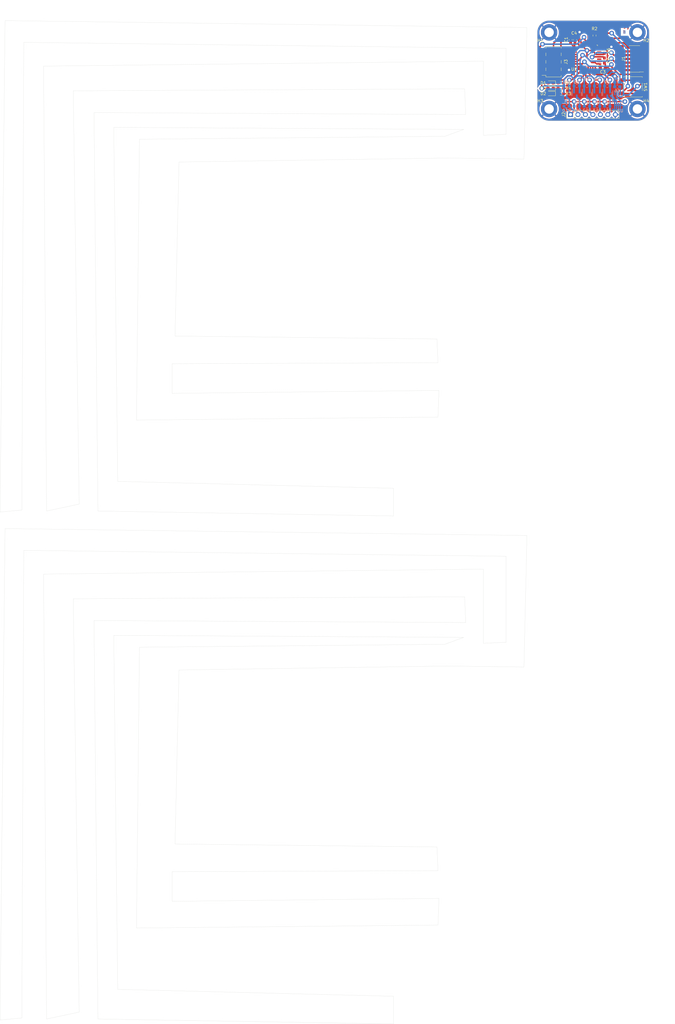
<source format=kicad_pcb>
(kicad_pcb (version 20221018) (generator pcbnew)
  (layers (0 "F.Cu" signal) (31 "B.Cu" signal) (34 "B.Paste" user) (35 "F.Paste" user) (36 "B.SilkS" user "B.Silkscreen") (37 "F.SilkS" user "F.Silkscreen") (38 "B.Mask" user) (39 "F.Mask" user) (44 "Edge.Cuts" user))
  (net 0 "")
  (net 1 "+5V-v2-")
  (net 2 "GND-v2-")
  (net 3 "+3.3V-v2-")
  (net 4 "Net-(D1-K)-v2-")
  (net 6 "Net-(D3-K)-v2-")
  (net 7 "Status_LED-v2-")
  (net 8 "Data_Clock_SNES-v2-")
  (net 9 "Data_Latch_SNES-v2-")
  (net 10 "Net-(D2-K)-v2-")
  (net 11 "Serial_Data1_SNES-v2-")
  (net 12 "Serial_Data2_SNES-v2-")
  (net 13 "SPI_Chip_Select-v2-")
  (net 14 "Chip_Enable-v2-")
  (net 15 "SPI_Digital_Input-v2-")
  (net 16 "SPI_Clock-v2-")
  (net 17 "SPI_Digital_Output-v2-")
  (net 18 "IOBit_SNES-v2-")
  (net 19 "Data_Clock_STM32-v2-")
  (net 20 "Data_Latch_STM32-v2-")
  (net 21 "Appairing_Btn-v2-")
  (net 22 "Net-(U2-BP)-v2-")
  (net 23 "SWDIO-v2-")
  (net 24 "SWDCK-v2-")
  (net 27 "NRST-v2-")
  (net 28 "USART2_RX-v2-")
  (net 29 "USART2_TX-v2-")
  (net 30 "Serial_Data1_STM32-v2-")
  (net 31 "IOBit_STM32-v2-")
  (net 32 "Serial_Data2_STM32-v2-")
  (footprint "Resistor_SMD:R_0603_1608Metric_Pad0.98x0.95mm_HandSolder" (layer "F.Cu") (at 191.76875 26.05)
    (fp_text reference "R3")
    (fp_text value "1k")
  )
  (footprint "Capacitor_SMD:C_0603_1608Metric_Pad1.08x0.95mm_HandSolder" (layer "F.Cu") (at 206.0025 17.19)
    (fp_text reference "C3")
    (fp_text value "100n")
  )
  (footprint "Diode_SMD:D_0603_1608Metric_Pad1.05x0.95mm_HandSolder" (layer "F.Cu") (at 188.26875 26.05 180)
    (fp_text reference "D2")
    (fp_text value "LED_Small")
  )
  (footprint "Package_QFP:LQFP-32_7x7mm_P0.8mm" (layer "F.Cu") (at 200.6 13.15 180)
    (fp_text reference "U1")
    (fp_text value "STM32L412KBTx")
  )
  (footprint "Diode_SMD:D_0603_1608Metric_Pad1.05x0.95mm_HandSolder" (layer "F.Cu") (at 188.26875 22.45 180)
    (fp_text reference "D1")
    (fp_text value "LED_Small")
  )
  (footprint "MountingHole:MountingHole_3.2mm_M3_DIN965_Pad" (layer "F.Cu") (at 217.75 31.25)
    (fp_text reference "H4")
    (fp_text value "MountingHole_Pad")
  )
  (footprint "MountingHole:MountingHole_3.2mm_M3_DIN965_Pad" (layer "F.Cu") (at 187.75 5.25)
    (fp_text reference "H1")
    (fp_text value "MountingHole_Pad")
  )
  (footprint "MountingHole:MountingHole_3.2mm_M3_DIN965_Pad" (layer "F.Cu") (at 217.75 5.25)
    (fp_text reference "H2")
    (fp_text value "MountingHole_Pad")
  )
  (footprint "Button_Switch_SMD:SW_SPST_B3S-1000" (layer "F.Cu") (at 216.25 23.75 180)
    (fp_text reference "SW1")
    (fp_text value "SW_SPST")
  )
  (footprint "Capacitor_SMD:C_0603_1608Metric_Pad1.08x0.95mm_HandSolder" (layer "F.Cu") (at 206.51 14.8025 90)
    (fp_text reference "C2")
    (fp_text value "100n")
  )
  (footprint "Capacitor_SMD:C_0603_1608Metric_Pad1.08x0.95mm_HandSolder" (layer "F.Cu") (at 206.51 11.5 90)
    (fp_text reference "C5")
    (fp_text value "100n")
  )
  (footprint "Connector_PinHeader_2.54mm:PinHeader_1x07_P2.54mm_Vertical" (layer "F.Cu") (at 195 33.15 90)
    (fp_text reference "J2")
    (fp_text value "Conn_01x07_Socket")
  )
  (footprint "Resistor_SMD:R_0603_1608Metric_Pad0.98x0.95mm_HandSolder" (layer "F.Cu") (at 203.17 6.32 90)
    (fp_text reference "R2")
    (fp_text value "10k")
  )
  (footprint "Connector_PinHeader_1.27mm:PinHeader_2x07_P1.27mm_Vertical_SMD" (layer "F.Cu") (at 216.75 14.25 180)
    (fp_text reference "J1")
    (fp_text value "Conn_02x07_Odd_Even")
  )
  (footprint "Connector_PinSocket_2.54mm:PinSocket_2x04_P2.54mm_Vertical_SMD" (layer "F.Cu") (at 189.25 15.25 180)
    (fp_text reference "J3")
    (fp_text value "Conn_01x08_Socket")
  )
  (footprint "Capacitor_SMD:C_0603_1608Metric_Pad1.08x0.95mm_HandSolder" (layer "F.Cu") (at 195.05 7.75 90)
    (fp_text reference "C1")
    (fp_text value "10u")
  )
  (footprint "Capacitor_SMD:C_0603_1608Metric_Pad1.08x0.95mm_HandSolder" (layer "F.Cu") (at 196.55 7.75 90)
    (fp_text reference "C4")
    (fp_text value "100n")
  )
  (footprint "MountingHole:MountingHole_3.2mm_M3_DIN965_Pad" (layer "F.Cu") (at 187.75 31.25)
    (fp_text reference "H3")
    (fp_text value "MountingHole_Pad")
  )
  (footprint "Diode_SMD:D_0603_1608Metric_Pad1.05x0.95mm_HandSolder" (layer "F.Cu") (at 188.26875 24.25 180)
    (fp_text reference "D3")
    (fp_text value "LED")
  )
  (footprint "Resistor_SMD:R_0603_1608Metric_Pad0.98x0.95mm_HandSolder" (layer "F.Cu") (at 191.76875 22.45)
    (fp_text reference "R1")
    (fp_text value "1k")
  )
  (footprint "Resistor_SMD:R_0603_1608Metric_Pad0.98x0.95mm_HandSolder" (layer "F.Cu") (at 191.76875 24.25)
    (fp_text reference "R4")
    (fp_text value "1k")
  )
  (footprint "Package_TO_SOT_SMD:SOT-23" (layer "B.Cu") (at 200.6 26.15 -90)
    (fp_text reference "Q3")
    (fp_text value "2N7002")
  )
  (footprint "Package_TO_SOT_SMD:SOT-23" (layer "B.Cu") (at 197.15 26.15 -90)
    (fp_text reference "Q2")
    (fp_text value "2N7002")
  )
  (footprint "Package_TO_SOT_SMD:SOT-23" (layer "B.Cu") (at 207.5 26.15 -90)
    (fp_text reference "Q5")
    (fp_text value "2N7002")
  )
  (footprint "Package_TO_SOT_SMD:SOT-23" (layer "B.Cu") (at 204.05 26.15 -90)
    (fp_text reference "Q4")
    (fp_text value "2N7002")
  )
  (footprint "Resistor_SMD:R_0603_1608Metric_Pad0.98x0.95mm_HandSolder" (layer "B.Cu") (at 204.05 23.45)
    (fp_text reference "R8")
    (fp_text value "10k")
  )
  (footprint "Resistor_SMD:R_0603_1608Metric_Pad0.98x0.95mm_HandSolder" (layer "B.Cu") (at 200.6 23.45)
    (fp_text reference "R7")
    (fp_text value "10k")
  )
  (footprint "Resistor_SMD:R_0603_1608Metric_Pad0.98x0.95mm_HandSolder" (layer "B.Cu") (at 197.15 30.35)
    (fp_text reference "R11")
    (fp_text value "10k")
  )
  (footprint "Resistor_SMD:R_0603_1608Metric_Pad0.98x0.95mm_HandSolder" (layer "B.Cu") (at 197.15 23.45)
    (fp_text reference "R6")
    (fp_text value "10k")
  )
  (footprint "Package_TO_SOT_SMD:SOT-23" (layer "B.Cu") (at 193.7 26.15 -90)
    (fp_text reference "Q1")
    (fp_text value "2N7002")
  )
  (footprint "Capacitor_SMD:C_0603_1608Metric_Pad1.08x0.95mm_HandSolder" (layer "B.Cu") (at 210.9 22.2 180)
    (fp_text reference "C7")
    (fp_text value "2.2u")
  )
  (footprint "Resistor_SMD:R_0603_1608Metric_Pad0.98x0.95mm_HandSolder" (layer "B.Cu") (at 204.05 30.35)
    (fp_text reference "R13")
    (fp_text value "10k")
  )
  (footprint "Resistor_SMD:R_0603_1608Metric_Pad0.98x0.95mm_HandSolder" (layer "B.Cu") (at 193.7 30.35)
    (fp_text reference "R10")
    (fp_text value "10k")
  )
  (footprint "Capacitor_SMD:C_0603_1608Metric_Pad1.08x0.95mm_HandSolder" (layer "B.Cu") (at 210.9 23.7 180)
    (fp_text reference "C6")
    (fp_text value "470p")
  )
  (footprint "Resistor_SMD:R_0603_1608Metric_Pad0.98x0.95mm_HandSolder" (layer "B.Cu") (at 193.7 23.45)
    (fp_text reference "R5")
    (fp_text value "10k")
  )
  (footprint "Resistor_SMD:R_0603_1608Metric_Pad0.98x0.95mm_HandSolder" (layer "B.Cu") (at 207.5 30.35)
    (fp_text reference "R14")
    (fp_text value "10k")
  )
  (footprint "Resistor_SMD:R_0603_1608Metric_Pad0.98x0.95mm_HandSolder" (layer "B.Cu") (at 200.6 30.35)
    (fp_text reference "R12")
    (fp_text value "10k")
  )
  (footprint "Resistor_SMD:R_0603_1608Metric_Pad0.98x0.95mm_HandSolder" (layer "B.Cu") (at 207.5 23.45)
    (fp_text reference "R9")
    (fp_text value "10k")
  )
  (footprint "Package_SO:MSOP-8_3x3mm_P0.65mm" (layer "B.Cu") (at 211.0125 27.9 -90)
    (fp_text reference "U2")
    (fp_text value "MIC5219-3.3YMM")
  )
  (gr_line (start 60.679937 280.85989) (end 62.029937 221.76989) (stroke (width 0.05)) (layer "Edge.Cuts"))
  (gr_line (start 159.399937 205.64989) (end 33.149937 204.97989) (stroke (width 0.05)) (layer "Edge.Cuts"))
  (gr_line (start 153.019937 47.91989) (end 179.209937 48.25989) (stroke (width 0.05)) (layer "Edge.Cuts"))
  (gr_arc (start 217.75 1.25) (mid 220.578427 2.421573) (end 221.75 5.25) (stroke (width 0.1)) (layer "Edge.Cuts"))
  (gr_line (start 2.929937 173.74989) (end 1.249937 340.62989) (stroke (width 0.05)) (layer "Edge.Cuts"))
  (gr_line (start 149.999937 117.42989) (end 149.659937 109.36989) (stroke (width 0.05)) (layer "Edge.Cuts"))
  (gr_line (start 16.029937 189.19989) (end 17.039937 340.28989) (stroke (width 0.05)) (layer "Edge.Cuts"))
  (gr_line (start 28.119937 337.93989) (end 26.099937 197.58989) (stroke (width 0.05)) (layer "Edge.Cuts"))
  (gr_line (start 1.249937 168.12989) (end 8.639937 167.44989) (stroke (width 0.05)) (layer "Edge.Cuts"))
  (gr_arc (start 187.75 35.25) (mid 184.921573 34.078427) (end 183.75 31.25) (stroke (width 0.1)) (layer "Edge.Cuts"))
  (gr_arc (start 183.75 5.25) (mid 184.921573 2.421573) (end 187.75 1.25) (stroke (width 0.1)) (layer "Edge.Cuts"))
  (gr_line (start 8.639937 167.44989) (end 9.309937 8.63989) (stroke (width 0.05)) (layer "Edge.Cuts"))
  (gr_line (start 41.209937 157.71989) (end 39.869937 37.50989) (stroke (width 0.05)) (layer "Edge.Cuts"))
  (gr_line (start 159.059937 24.41989) (end 159.399937 33.14989) (stroke (width 0.05)) (layer "Edge.Cuts"))
  (gr_line (start 134.889937 332.56989) (end 41.209937 330.21989) (stroke (width 0.05)) (layer "Edge.Cuts"))
  (gr_line (start 47.589937 136.89989) (end 149.999937 135.88989) (stroke (width 0.05)) (layer "Edge.Cuts"))
  (gr_line (start 134.889937 169.46989) (end 134.889937 160.06989) (stroke (width 0.05)) (layer "Edge.Cuts"))
  (gr_line (start 149.999937 289.92989) (end 149.659937 281.86989) (stroke (width 0.05)) (layer "Edge.Cuts"))
  (gr_line (start 180.219937 176.09989) (end 2.929937 173.74989) (stroke (width 0.05)) (layer "Edge.Cuts"))
  (gr_line (start 47.589937 309.39989) (end 149.999937 308.38989) (stroke (width 0.05)) (layer "Edge.Cuts"))
  (gr_line (start 26.099937 197.58989) (end 159.059937 196.91989) (stroke (width 0.05)) (layer "Edge.Cuts"))
  (gr_line (start 179.209937 220.75989) (end 180.219937 176.09989) (stroke (width 0.05)) (layer "Edge.Cuts"))
  (gr_line (start 217.75 35.25) (end 187.75 35.25) (stroke (width 0.1)) (layer "Edge.Cuts"))
  (gr_line (start 173.159937 39.85989) (end 165.439937 40.19989) (stroke (width 0.05)) (layer "Edge.Cuts"))
  (gr_line (start 159.059937 196.91989) (end 159.399937 205.64989) (stroke (width 0.05)) (layer "Edge.Cuts"))
  (gr_line (start 134.889937 160.06989) (end 41.209937 157.71989) (stroke (width 0.05)) (layer "Edge.Cuts"))
  (gr_line (start 179.209937 48.25989) (end 180.219937 3.59989) (stroke (width 0.05)) (layer "Edge.Cuts"))
  (gr_line (start 59.679937 290.25989) (end 149.999937 289.92989) (stroke (width 0.05)) (layer "Edge.Cuts"))
  (gr_line (start 16.029937 16.69989) (end 17.039937 167.78989) (stroke (width 0.05)) (layer "Edge.Cuts"))
  (gr_line (start 152.349937 40.53989) (end 48.599937 41.53989) (stroke (width 0.05)) (layer "Edge.Cuts"))
  (gr_line (start 173.159937 10.64989) (end 173.159937 39.85989) (stroke (width 0.05)) (layer "Edge.Cuts"))
  (gr_line (start 221.75 5.25) (end 221.75 31.25) (stroke (width 0.1)) (layer "Edge.Cuts"))
  (gr_line (start 150.329937 126.82989) (end 59.679937 127.82989) (stroke (width 0.05)) (layer "Edge.Cuts"))
  (gr_line (start 39.869937 210.00989) (end 158.729937 210.68989) (stroke (width 0.05)) (layer "Edge.Cuts"))
  (gr_line (start 59.679937 117.75989) (end 149.999937 117.42989) (stroke (width 0.05)) (layer "Edge.Cuts"))
  (gr_line (start 187.75 1.25) (end 217.75 1.25) (stroke (width 0.1)) (layer "Edge.Cuts"))
  (gr_line (start 165.439937 212.69989) (end 165.439937 187.51989) (stroke (width 0.05)) (layer "Edge.Cuts"))
  (gr_line (start 173.159937 183.14989) (end 173.159937 212.35989) (stroke (width 0.05)) (layer "Edge.Cuts"))
  (gr_line (start 150.329937 299.32989) (end 59.679937 300.32989) (stroke (width 0.05)) (layer "Edge.Cuts"))
  (gr_line (start 48.599937 41.53989) (end 47.589937 136.89989) (stroke (width 0.05)) (layer "Edge.Cuts"))
  (gr_line (start 41.209937 330.21989) (end 39.869937 210.00989) (stroke (width 0.05)) (layer "Edge.Cuts"))
  (gr_line (start 59.679937 127.82989) (end 59.679937 117.75989) (stroke (width 0.05)) (layer "Edge.Cuts"))
  (gr_line (start 39.869937 37.50989) (end 158.729937 38.18989) (stroke (width 0.05)) (layer "Edge.Cuts"))
  (gr_line (start 152.349937 213.03989) (end 48.599937 214.03989) (stroke (width 0.05)) (layer "Edge.Cuts"))
  (gr_line (start 34.489937 167.78989) (end 134.889937 169.46989) (stroke (width 0.05)) (layer "Edge.Cuts"))
  (gr_line (start 8.639937 339.94989) (end 9.309937 181.13989) (stroke (width 0.05)) (layer "Edge.Cuts"))
  (gr_line (start 62.029937 221.76989) (end 153.019937 220.41989) (stroke (width 0.05)) (layer "Edge.Cuts"))
  (gr_line (start 2.929937 1.24989) (end 1.249937 168.12989) (stroke (width 0.05)) (layer "Edge.Cuts"))
  (gr_arc (start 221.75 31.25) (mid 220.578427 34.078427) (end 217.75 35.25) (stroke (width 0.1)) (layer "Edge.Cuts"))
  (gr_line (start 28.119937 165.43989) (end 26.099937 25.08989) (stroke (width 0.05)) (layer "Edge.Cuts"))
  (gr_line (start 173.159937 212.35989) (end 165.439937 212.69989) (stroke (width 0.05)) (layer "Edge.Cuts"))
  (gr_line (start 149.999937 308.38989) (end 150.329937 299.32989) (stroke (width 0.05)) (layer "Edge.Cuts"))
  (gr_line (start 33.149937 32.47989) (end 34.489937 167.78989) (stroke (width 0.05)) (layer "Edge.Cuts"))
  (gr_line (start 165.439937 187.51989) (end 16.029937 189.19989) (stroke (width 0.05)) (layer "Edge.Cuts"))
  (gr_line (start 17.039937 167.78989) (end 28.119937 165.43989) (stroke (width 0.05)) (layer "Edge.Cuts"))
  (gr_line (start 9.309937 8.63989) (end 173.159937 10.64989) (stroke (width 0.05)) (layer "Edge.Cuts"))
  (gr_line (start 33.149937 204.97989) (end 34.489937 340.28989) (stroke (width 0.05)) (layer "Edge.Cuts"))
  (gr_line (start 59.679937 300.32989) (end 59.679937 290.25989) (stroke (width 0.05)) (layer "Edge.Cuts"))
  (gr_line (start 34.489937 340.28989) (end 134.889937 341.96989) (stroke (width 0.05)) (layer "Edge.Cuts"))
  (gr_line (start 60.679937 108.35989) (end 62.029937 49.26989) (stroke (width 0.05)) (layer "Edge.Cuts"))
  (gr_line (start 149.659937 109.36989) (end 60.679937 108.35989) (stroke (width 0.05)) (layer "Edge.Cuts"))
  (gr_line (start 165.439937 40.19989) (end 165.439937 15.01989) (stroke (width 0.05)) (layer "Edge.Cuts"))
  (gr_line (start 17.039937 340.28989) (end 28.119937 337.93989) (stroke (width 0.05)) (layer "Edge.Cuts"))
  (gr_line (start 1.249937 340.62989) (end 8.639937 339.94989) (stroke (width 0.05)) (layer "Edge.Cuts"))
  (gr_line (start 134.889937 341.96989) (end 134.889937 332.56989) (stroke (width 0.05)) (layer "Edge.Cuts"))
  (gr_line (start 159.399937 33.14989) (end 33.149937 32.47989) (stroke (width 0.05)) (layer "Edge.Cuts"))
  (gr_line (start 9.309937 181.13989) (end 173.159937 183.14989) (stroke (width 0.05)) (layer "Edge.Cuts"))
  (gr_line (start 180.219937 3.59989) (end 2.929937 1.24989) (stroke (width 0.05)) (layer "Edge.Cuts"))
  (gr_line (start 62.029937 49.26989) (end 153.019937 47.91989) (stroke (width 0.05)) (layer "Edge.Cuts"))
  (gr_line (start 149.999937 135.88989) (end 150.329937 126.82989) (stroke (width 0.05)) (layer "Edge.Cuts"))
  (gr_line (start 158.729937 210.68989) (end 152.349937 213.03989) (stroke (width 0.05)) (layer "Edge.Cuts"))
  (gr_line (start 149.659937 281.86989) (end 60.679937 280.85989) (stroke (width 0.05)) (layer "Edge.Cuts"))
  (gr_line (start 165.439937 15.01989) (end 16.029937 16.69989) (stroke (width 0.05)) (layer "Edge.Cuts"))
  (gr_line (start 26.099937 25.08989) (end 159.059937 24.41989) (stroke (width 0.05)) (layer "Edge.Cuts"))
  (gr_line (start 153.019937 220.41989) (end 179.209937 220.75989) (stroke (width 0.05)) (layer "Edge.Cuts"))
  (gr_line (start 48.599937 214.03989) (end 47.589937 309.39989) (stroke (width 0.05)) (layer "Edge.Cuts"))
  (gr_line (start 158.729937 38.18989) (end 152.349937 40.53989) (stroke (width 0.05)) (layer "Edge.Cuts"))
  (gr_line (start 183.75 31.25) (end 183.75 5.25) (stroke (width 0.1)) (layer "Edge.Cuts"))
  (gr_text "T" (at 212.75 5.75) (layer "F.Cu") (effects (font (size 1 1)) (justify left bottom)))
  (gr_text "SNES Plug" (at 205.75 3.75) (layer "F.Cu") (effects (font (size 1 1)) (justify left bottom)))
  (gr_text "B" (at 212.75 5.75) (layer "B.Cu") (effects (font (size 1 1)) (justify left bottom)))
  (segment (start 190.25 27.5) (end 191.5 28.75) (width 0.5) (layer "F.Cu") (net 1))
  (segment (start 196.2375 28.75) (end 199.6875 28.75) (width 0.3) (layer "F.Cu") (net 1))
  (segment (start 188.809189 27.5) (end 190.25 27.5) (width 0.5) (layer "F.Cu") (net 1))
  (segment (start 196.2375 31.9125) (end 195 33.15) (width 0.5) (layer "F.Cu") (net 1))
  (segment (start 191.5 28.75) (end 196.2375 28.75) (width 0.5) (layer "F.Cu") (net 1))
  (segment (start 206.5875 28.75) (end 213.5 28.75) (width 0.5) (layer "F.Cu") (net 1))
  (segment (start 203.1375 28.75) (end 206.5875 28.75) (width 0.5) (layer "F.Cu") (net 1))
  (segment (start 187.39375 26.084561) (end 188.809189 27.5) (width 0.5) (layer "F.Cu") (net 1))
  (segment (start 187.39375 26.05) (end 187.39375 26.084561) (width 0.5) (layer "F.Cu") (net 1))
  (segment (start 196.2375 28.75) (end 196.2375 31.9125) (width 0.5) (layer "F.Cu") (net 1))
  (segment (start 203.1375 28.75) (end 199.6875 28.75) (width 0.5) (layer "F.Cu") (net 1))
  (via (at 213.5 28.75) (size 1.6) (drill 0.8) (layers "F.Cu" "B.Cu") (net 1))
  (via (at 196.2375 28.75) (size 1.6) (drill 0.8) (layers "F.Cu" "B.Cu") (net 1))
  (via (at 206.5875 28.75) (size 1.6) (drill 0.8) (layers "F.Cu" "B.Cu") (net 1))
  (via (at 203.1375 28.75) (size 1.6) (drill 0.8) (layers "F.Cu" "B.Cu") (net 1))
  (via (at 199.6875 28.75) (size 1.6) (drill 0.8) (layers "F.Cu" "B.Cu") (net 1))
  (segment (start 213.5 28.75) (end 213.4 28.65) (width 0.5) (layer "B.Cu") (net 1))
  (segment (start 213.4 28.65) (end 212.106739 28.65) (width 0.5) (layer "B.Cu") (net 1))
  (segment (start 195 33.15) (end 195 32.5625) (width 0.5) (layer "B.Cu") (net 1))
  (segment (start 199.6875 28.75) (end 199.6875 30.35) (width 0.5) (layer "B.Cu") (net 1))
  (segment (start 195 32.5625) (end 192.7875 30.35) (width 0.5) (layer "B.Cu") (net 1))
  (segment (start 212.106739 28.65) (end 210.6875 27.230761) (width 0.5) (layer "B.Cu") (net 1))
  (segment (start 196.2375 30.35) (end 196.2375 28.75) (width 0.5) (layer "B.Cu") (net 1))
  (segment (start 210.6875 25.7875) (end 210.6875 27.230761) (width 0.3) (layer "B.Cu") (net 1))
  (segment (start 203.1375 28.75) (end 203.1375 30.35) (width 0.5) (layer "B.Cu") (net 1))
  (segment (start 206.5875 28.75) (end 206.5875 30.35) (width 0.5) (layer "B.Cu") (net 1))
  (segment (start 193.44 19.06) (end 191.77 19.06) (width 0.5) (layer "F.Cu") (net 2))
  (segment (start 206.865 16.02) (end 206.51 15.665) (width 0.5) (layer "F.Cu") (net 2))
  (segment (start 206.51 15.591193) (end 207.535 14.566193) (width 0.5) (layer "F.Cu") (net 2))
  (segment (start 204.29 18.215) (end 205.84 18.215) (width 0.5) (layer "F.Cu") (net 2))
  (segment (start 207.535 11.6625) (end 206.51 10.6375) (width 0.5) (layer "F.Cu") (net 2))
  (segment (start 208.899189 10.15) (end 208.411689 10.6375) (width 0.5) (layer "F.Cu") (net 2))
  (segment (start 194.5 18) (end 193.44 19.06) (width 0.5) (layer "F.Cu") (net 2))
  (segment (start 208.411689 10.6375) (end 206.51 10.6375) (width 0.5) (layer "F.Cu") (net 2))
  (segment (start 206.865 17.19) (end 206.865 16.02) (width 0.5) (layer "F.Cu") (net 2))
  (segment (start 196.55 6.7) (end 198.1 5.15) (width 0.5) (layer "F.Cu") (net 2))
  (segment (start 198.1 5.15) (end 197.8 5.45) (width 0.5) (layer "F.Cu") (net 2))
  (segment (start 206.51 15.665) (end 206.51 15.591193) (width 0.5) (layer "F.Cu") (net 2))
  (segment (start 207.535 14.566193) (end 207.535 11.6625) (width 0.5) (layer "F.Cu") (net 2))
  (segment (start 203.4 17.325) (end 204.29 18.215) (width 0.5) (layer "F.Cu") (net 2))
  (segment (start 195.05 6.8875) (end 196.55 6.8875) (width 0.5) (layer "F.Cu") (net 2))
  (segment (start 196.55 6.8875) (end 196.55 6.7) (width 0.5) (layer "F.Cu") (net 2))
  (segment (start 197.8 5.45) (end 197.8 8.975) (width 0.5) (layer "F.Cu") (net 2))
  (segment (start 205.84 18.215) (end 206.865 17.19) (width 0.5) (layer "F.Cu") (net 2))
  (via (at 210.0375 20.15) (size 1.6) (drill 0.8) (layers "F.Cu" "B.Cu") (net 2))
  (via (at 208.899189 10.15) (size 1.6) (drill 0.8) (layers "F.Cu" "B.Cu") (net 2))
  (via (at 194.5 18) (size 1.6) (drill 0.8) (layers "F.Cu" "B.Cu") (net 2))
  (via (at 198.1 5.15) (size 1.6) (drill 0.8) (layers "F.Cu" "B.Cu") (net 2))
  (segment (start 210.0375 22.2) (end 210.0375 23.7) (width 0.5) (layer "B.Cu") (net 2))
  (segment (start 210.0375 22.2) (end 210.0375 20.15) (width 0.5) (layer "B.Cu") (net 2))
  (segment (start 201.15 5.15) (end 198.1 5.15) (width 0.5) (layer "B.Cu") (net 2))
  (segment (start 210.0375 20.1875) (end 210 20.15) (width 0.5) (layer "B.Cu") (net 2))
  (segment (start 208.899189 10.15) (end 206.15 10.15) (width 0.5) (layer "B.Cu") (net 2))
  (segment (start 206.15 10.15) (end 201.15 5.15) (width 0.5) (layer "B.Cu") (net 2))
  (segment (start 204.775 15.95) (end 203.870406 15.95) (width 0.5) (layer "F.Cu") (net 3))
  (segment (start 203.420406 15.5) (end 202.290811 15.5) (width 0.5) (layer "F.Cu") (net 3))
  (segment (start 206.1225 12.75) (end 204.775 12.75) (width 0.5) (layer "F.Cu") (net 3))
  (segment (start 185.25 20.54) (end 186.73 19.06) (width 0.5) (layer "F.Cu") (net 3))
  (segment (start 220.4 16.79) (end 220.75 17.14) (width 0.5) (layer "F.Cu") (net 3))
  (segment (start 205.14 16.315) (end 204.775 15.95) (width 0.5) (layer "F.Cu") (net 3))
  (segment (start 202.290811 15.5) (end 200.6 13.809189) (width 0.5) (layer "F.Cu") (net 3))
  (segment (start 205.14 17.19) (end 205.14 16.315) (width 0.5) (layer "F.Cu") (net 3))
  (segment (start 195.05 8.975) (end 196.425 10.35) (width 0.5) (layer "F.Cu") (net 3))
  (segment (start 195.05 8.6125) (end 195.05 8.975) (width 0.5) (layer "F.Cu") (net 3))
  (segment (start 202.4 11.4) (end 200.6 11.4) (width 0.5) (layer "F.Cu") (net 3))
  (segment (start 218.7 16.79) (end 220.4 16.79) (width 0.5) (layer "F.Cu") (net 3))
  (segment (start 204.775 12.75) (end 203.75 12.75) (width 0.5) (layer "F.Cu") (net 3))
  (segment (start 220.75 20.975) (end 220.75 17.14) (width 0.5) (layer "F.Cu") (net 3))
  (segment (start 217.75 23.5) (end 218.225 23.5) (width 0.5) (layer "F.Cu") (net 3))
  (segment (start 200.6 13.809189) (end 200.6 11.4) (width 0.5) (layer "F.Cu") (net 3))
  (segment (start 187.39375 24.25) (end 185.25 24.25) (width 0.5) (layer "F.Cu") (net 3))
  (segment (start 185.25 24.25) (end 185.25 20.54) (width 0.5) (layer "F.Cu") (net 3))
  (segment (start 200.6 11.4) (end 199.55 10.35) (width 0.5) (layer "F.Cu") (net 3))
  (segment (start 212.275 21.5) (end 220.225 21.5) (width 0.5) (layer "F.Cu") (net 3))
  (segment (start 199.55 10.35) (end 196.425 10.35) (width 0.5) (layer "F.Cu") (net 3))
  (segment (start 218.225 23.5) (end 220.225 21.5) (width 0.5) (layer "F.Cu") (net 3))
  (segment (start 196.425 8.7375) (end 196.55 8.6125) (width 0.5) (layer "F.Cu") (net 3))
  (segment (start 196.425 10.35) (end 196.425 8.7375) (width 0.5) (layer "F.Cu") (net 3))
  (segment (start 203.870406 15.95) (end 203.420406 15.5) (width 0.5) (layer "F.Cu") (net 3))
  (segment (start 203.75 12.75) (end 202.4 11.4) (width 0.5) (layer "F.Cu") (net 3))
  (segment (start 206.51 12.3625) (end 206.1225 12.75) (width 0.5) (layer "F.Cu") (net 3))
  (segment (start 220.225 21.5) (end 220.75 20.975) (width 0.5) (layer "F.Cu") (net 3))
  (via (at 185.25 24.25) (size 1.6) (drill 0.8) (layers "F.Cu" "B.Cu") (net 3))
  (via (at 217.75 23.5) (size 1.6) (drill 0.8) (layers "F.Cu" "B.Cu") (net 3))
  (via (at 200.6 11.4) (size 1.6) (drill 0.8) (layers "F.Cu" "B.Cu") (net 3))
  (segment (start 211.7625 22.2) (end 211.7625 19.965811) (width 0.5) (layer "B.Cu") (net 3))
  (segment (start 196.2 23.4875) (end 196.2375 23.45) (width 0.5) (layer "B.Cu") (net 3))
  (segment (start 192.75 25.2125) (end 192.75 23.4875) (width 0.5) (layer "B.Cu") (net 3))
  (segment (start 196.2375 21.115811) (end 196.2375 23.45) (width 0.5) (layer "B.Cu") (net 3))
  (segment (start 199.65 25.2125) (end 199.65 23.4875) (width 0.5) (layer "B.Cu") (net 3))
  (segment (start 195.171689 20.05) (end 196.2375 21.115811) (width 0.5) (layer "B.Cu") (net 3))
  (segment (start 196.2 25.2125) (end 196.2 23.4875) (width 0.5) (layer "B.Cu") (net 3))
  (segment (start 211.7625 19.965811) (end 210.596689 18.8) (width 0.5) (layer "B.Cu") (net 3))
  (segment (start 198.621689 20.05) (end 197.303311 20.05) (width 0.5) (layer "B.Cu") (net 3))
  (segment (start 213 26.506739) (end 213 22.75) (width 0.5) (layer "B.Cu") (net 3))
  (segment (start 211.3375 26.727817) (end 211.759683 27.15) (width 0.3) (layer "B.Cu") (net 3))
  (segment (start 206.5875 23.45) (end 206.5875 21.115811) (width 0.5) (layer "B.Cu") (net 3))
  (segment (start 214.743261 26.506739) (end 213 26.506739) (width 0.5) (layer "B.Cu") (net 3))
  (segment (start 194.053311 20.05) (end 195.171689 20.05) (width 0.5) (layer "B.Cu") (net 3))
  (segment (start 203.1 23.4875) (end 203.1375 23.45) (width 0.5) (layer "B.Cu") (net 3))
  (segment (start 202.071689 20.05) (end 203.1375 21.115811) (width 0.5) (layer "B.Cu") (net 3))
  (segment (start 197.303311 12.446689) (end 197.303311 20.05) (width 0.5) (layer "B.Cu") (net 3))
  (segment (start 212.45 22.2) (end 211.7625 22.2) (width 0.5) (layer "B.Cu") (net 3))
  (segment (start 200.6 11.4) (end 198.35 11.4) (width 0.5) (layer "B.Cu") (net 3))
  (segment (start 213 22.75) (end 212.45 22.2) (width 0.5) (layer "B.Cu") (net 3))
  (segment (start 205.521689 20.05) (end 204.203311 20.05) (width 0.5) (layer "B.Cu") (net 3))
  (segment (start 192.7875 23.45) (end 192.7875 21.315811) (width 0.5) (layer "B.Cu") (net 3))
  (segment (start 206.55 25.2125) (end 206.55 23.4875) (width 0.5) (layer "B.Cu") (net 3))
  (segment (start 203.1375 21.115811) (end 203.1375 23.45) (width 0.5) (layer "B.Cu") (net 3))
  (segment (start 199.65 23.4875) (end 199.6875 23.45) (width 0.5) (layer "B.Cu") (net 3))
  (segment (start 214.743261 26.506739) (end 217.75 23.5) (width 0.5) (layer "B.Cu") (net 3))
  (segment (start 206.5875 21.115811) (end 205.521689 20.05) (width 0.5) (layer "B.Cu") (net 3))
  (segment (start 186.05 23.45) (end 192.7875 23.45) (width 0.5) (layer "B.Cu") (net 3))
  (segment (start 204.203311 20.05) (end 203.1375 21.115811) (width 0.5) (layer "B.Cu") (net 3))
  (segment (start 208.903311 18.8) (end 206.5875 21.115811) (width 0.5) (layer "B.Cu") (net 3))
  (segment (start 203.1 25.2125) (end 203.1 23.4875) (width 0.5) (layer "B.Cu") (net 3))
  (segment (start 192.7875 21.315811) (end 194.053311 20.05) (width 0.5) (layer "B.Cu") (net 3))
  (segment (start 199.6875 21.115811) (end 198.621689 20.05) (width 0.5) (layer "B.Cu") (net 3))
  (segment (start 206.55 23.4875) (end 206.5875 23.45) (width 0.5) (layer "B.Cu") (net 3))
  (segment (start 199.6875 21.115811) (end 200.753311 20.05) (width 0.5) (layer "B.Cu") (net 3))
  (segment (start 213 26.506739) (end 212.356739 27.15) (width 0.5) (layer "B.Cu") (net 3))
  (segment (start 197.303311 20.05) (end 196.2375 21.115811) (width 0.5) (layer "B.Cu") (net 3))
  (segment (start 199.6875 23.45) (end 199.6875 21.115811) (width 0.5) (layer "B.Cu") (net 3))
  (segment (start 211.3375 25.7875) (end 211.3375 26.727817) (width 0.3) (layer "B.Cu") (net 3))
  (segment (start 192.75 23.4875) (end 192.7875 23.45) (width 0.5) (layer "B.Cu") (net 3))
  (segment (start 210.596689 18.8) (end 208.903311 18.8) (width 0.5) (layer "B.Cu") (net 3))
  (segment (start 212.356739 27.15) (end 211.759683 27.15) (width 0.5) (layer "B.Cu") (net 3))
  (segment (start 185.25 24.25) (end 186.05 23.45) (width 0.5) (layer "B.Cu") (net 3))
  (segment (start 198.35 11.4) (end 197.303311 12.446689) (width 0.5) (layer "B.Cu") (net 3))
  (segment (start 200.753311 20.05) (end 202.071689 20.05) (width 0.5) (layer "B.Cu") (net 3))
  (segment (start 190.85625 22.45) (end 189.14375 22.45) (width 0.5) (layer "F.Cu") (net 4))
  (segment (start 190.85625 24.25) (end 189.14375 24.25) (width 0.5) (layer "F.Cu") (net 6))
  (segment (start 194 20) (end 195.125 20) (width 0.5) (layer "F.Cu") (net 7))
  (segment (start 188.41875 21.425) (end 192.575 21.425) (width 0.5) (layer "F.Cu") (net 7))
  (segment (start 195.125 20) (end 197.8 17.325) (width 0.5) (layer "F.Cu") (net 7))
  (segment (start 192.575 21.425) (end 194 20) (width 0.5) (layer "F.Cu") (net 7))
  (segment (start 187.39375 22.45) (end 188.41875 21.425) (width 0.5) (layer "F.Cu") (net 7))
  (segment (start 196.75 31.75) (end 196.0125 31.75) (width 0.5) (layer "B.Cu") (net 8))
  (segment (start 196.0125 31.75) (end 194.6125 30.35) (width 0.5) (layer "B.Cu") (net 8))
  (segment (start 194.6125 28) (end 193.7 27.0875) (width 0.5) (layer "B.Cu") (net 8))
  (segment (start 197.54 32.54) (end 196.75 31.75) (width 0.5) (layer "B.Cu") (net 8))
  (segment (start 194.6125 30.35) (end 194.6125 28) (width 0.5) (layer "B.Cu") (net 8))
  (segment (start 197.54 33.15) (end 197.54 32.54) (width 0.5) (layer "B.Cu") (net 8))
  (segment (start 198.0625 31.2125) (end 200 33.15) (width 0.5) (layer "B.Cu") (net 9))
  (segment (start 198.0625 30.35) (end 198.0625 28) (width 0.5) (layer "B.Cu") (net 9))
  (segment (start 198.0625 28) (end 197.15 27.0875) (width 0.5) (layer "B.Cu") (net 9))
  (segment (start 198.0625 30.35) (end 198.0625 31.2125) (width 0.5) (layer "B.Cu") (net 9))
  (segment (start 189.14375 26.05) (end 190.85625 26.05) (width 0.5) (layer "F.Cu") (net 10))
  (segment (start 201.5125 30.35) (end 201.5125 32.1625) (width 0.5) (layer "B.Cu") (net 11))
  (segment (start 201.5125 28) (end 200.6 27.0875) (width 0.5) (layer "B.Cu") (net 11))
  (segment (start 201.5125 30.35) (end 201.5125 28) (width 0.5) (layer "B.Cu") (net 11))
  (segment (start 201.5125 32.1625) (end 202.5 33.15) (width 0.5) (layer "B.Cu") (net 11))
  (segment (start 204.9625 30.35) (end 204.9625 33.1125) (width 0.5) (layer "B.Cu") (net 12))
  (segment (start 204.9625 33.1125) (end 205 33.15) (width 0.5) (layer "B.Cu") (net 12))
  (segment (start 204.9625 30.35) (end 204.9625 28) (width 0.5) (layer "B.Cu") (net 12))
  (segment (start 204.9625 28) (end 204.05 27.0875) (width 0.5) (layer "B.Cu") (net 12))
  (segment (start 193.5 15.25) (end 188 15.25) (width 0.5) (layer "F.Cu") (net 13))
  (segment (start 196.425 11.15) (end 194.85 11.15) (width 0.5) (layer "F.Cu") (net 13))
  (segment (start 194 12) (end 194 14.75) (width 0.5) (layer "F.Cu") (net 13))
  (segment (start 188 15.25) (end 186.73 16.52) (width 0.5) (layer "F.Cu") (net 13))
  (segment (start 194 14.75) (end 193.5 15.25) (width 0.5) (layer "F.Cu") (net 13))
  (segment (start 194.85 11.15) (end 194 12) (width 0.5) (layer "F.Cu") (net 13))
  (segment (start 191.77 16.52) (end 194.23 16.52) (width 0.5) (layer "F.Cu") (net 14))
  (segment (start 194.23 16.52) (end 195.125 15.625) (width 0.5) (layer "F.Cu") (net 14))
  (segment (start 195.520406 11.95) (end 196.425 11.95) (width 0.5) (layer "F.Cu") (net 14))
  (segment (start 195.125 15.625) (end 195.125 12.345406) (width 0.5) (layer "F.Cu") (net 14))
  (segment (start 195.125 12.345406) (end 195.520406 11.95) (width 0.5) (layer "F.Cu") (net 14))
  (segment (start 201 6) (end 201 8.975) (width 0.5) (layer "F.Cu") (net 15))
  (segment (start 196.486307 3.8) (end 198.8 3.8) (width 0.5) (layer "F.Cu") (net 15))
  (segment (start 191.77 11.44) (end 191.77 8.516307) (width 0.5) (layer "F.Cu") (net 15))
  (segment (start 191.77 8.516307) (end 196.486307 3.8) (width 0.5) (layer "F.Cu") (net 15))
  (segment (start 198.8 3.8) (end 201 6) (width 0.5) (layer "F.Cu") (net 15))
  (segment (start 201.8 4.55) (end 201.8 8.975) (width 0.5) (layer "F.Cu") (net 16))
  (segment (start 189.25 12.46) (end 189.25 9) (width 0.5) (layer "F.Cu") (net 16))
  (segment (start 189.25 9) (end 195.75 2.5) (width 0.5) (layer "F.Cu") (net 16))
  (segment (start 195.75 2.5) (end 199.75 2.5) (width 0.5) (layer "F.Cu") (net 16))
  (segment (start 199.75 2.5) (end 201.8 4.55) (width 0.5) (layer "F.Cu") (net 16))
  (segment (start 190.77 13.98) (end 189.25 12.46) (width 0.5) (layer "F.Cu") (net 16))
  (segment (start 191.77 13.98) (end 190.77 13.98) (width 0.5) (layer "F.Cu") (net 16))
  (segment (start 200.2 8.070406) (end 200.2 8.975) (width 0.5) (layer "F.Cu") (net 17))
  (segment (start 199.6 7.470406) (end 200.2 8.070406) (width 0.5) (layer "F.Cu") (net 17))
  (segment (start 199.6 6.9) (end 199.6 7.470406) (width 0.5) (layer "F.Cu") (net 17))
  (segment (start 184.68 12.93) (end 184.68 10.07) (width 0.5) (layer "F.Cu") (net 17))
  (segment (start 184.68 10.07) (end 185.5 9.25) (width 0.5) (layer "F.Cu") (net 17))
  (segment (start 186.73 13.98) (end 185.73 13.98) (width 0.5) (layer "F.Cu") (net 17))
  (segment (start 185.73 13.98) (end 184.68 12.93) (width 0.5) (layer "F.Cu") (net 17))
  (via (at 185.5 9.25) (size 1.6) (drill 0.8) (layers "F.Cu" "B.Cu") (net 17))
  (via (at 199.6 6.9) (size 1.6) (drill 0.8) (layers "F.Cu" "B.Cu") (net 17))
  (segment (start 185.5 9.25) (end 197.25 9.25) (width 0.5) (layer "B.Cu") (net 17))
  (segment (start 197.25 9.25) (end 199.6 6.9) (width 0.5) (layer "B.Cu") (net 17))
  (segment (start 208.4125 30.35) (end 208.4125 28) (width 0.5) (layer "B.Cu") (net 18))
  (segment (start 208.4125 28) (end 207.5 27.0875) (width 0.5) (layer "B.Cu") (net 18))
  (segment (start 208.4125 30.35) (end 208.4125 32.2375) (width 0.5) (layer "B.Cu") (net 18))
  (segment (start 208.4125 32.2375) (end 207.5 33.15) (width 0.5) (layer "B.Cu") (net 18))
  (segment (start 195.429594 21.4) (end 198.6 18.229594) (width 0.5) (layer "F.Cu") (net 19))
  (segment (start 194.6125 21.4) (end 195.429594 21.4) (width 0.5) (layer "F.Cu") (net 19))
  (segment (start 198.6 18.229594) (end 198.6 17.325) (width 0.5) (layer "F.Cu") (net 19))
  (via (at 194.6125 21.4) (size 1.6) (drill 0.8) (layers "F.Cu" "B.Cu") (net 19))
  (segment (start 194.65 25.2125) (end 194.65 23.4875) (width 0.5) (layer "B.Cu") (net 19))
  (segment (start 194.65 23.4875) (end 194.6125 23.45) (width 0.5) (layer "B.Cu") (net 19))
  (segment (start 194.6125 23.45) (end 194.6125 21.4) (width 0.5) (layer "B.Cu") (net 19))
  (segment (start 199.4 20.0625) (end 199.4 17.325) (width 0.5) (layer "F.Cu") (net 20))
  (segment (start 198.0625 21.4) (end 199.4 20.0625) (width 0.5) (layer "F.Cu") (net 20))
  (via (at 198.0625 21.4) (size 1.6) (drill 0.8) (layers "F.Cu" "B.Cu") (net 20))
  (segment (start 198.1 25.2125) (end 198.1 23.4875) (width 0.5) (layer "B.Cu") (net 20))
  (segment (start 198.0625 23.45) (end 198.0625 21.4) (width 0.5) (layer "B.Cu") (net 20))
  (segment (start 198.1 23.4875) (end 198.0625 23.45) (width 0.5) (layer "B.Cu") (net 20))
  (segment (start 204.9025 5.5) (end 203.17 7.2325) (width 0.5) (layer "F.Cu") (net 21))
  (segment (start 214.5 23.5) (end 214.5 23.75) (width 0.5) (layer "F.Cu") (net 21))
  (segment (start 202.6 8.975) (end 202.6 7.8025) (width 0.5) (layer "F.Cu") (net 21))
  (segment (start 209 5.5) (end 204.9025 5.5) (width 0.5) (layer "F.Cu") (net 21))
  (segment (start 212.275 25.975) (end 212.275 26) (width 0.5) (layer "F.Cu") (net 21))
  (segment (start 202.6 7.8025) (end 203.17 7.2325) (width 0.5) (layer "F.Cu") (net 21))
  (segment (start 220.225 26) (end 212.275 26) (width 0.5) (layer "F.Cu") (net 21))
  (segment (start 214.5 23.75) (end 212.275 25.975) (width 0.5) (layer "F.Cu") (net 21))
  (via (at 214.5 23.5) (size 1.6) (drill 0.8) (layers "F.Cu" "B.Cu") (net 21))
  (via (at 209 5.5) (size 1.6) (drill 0.8) (layers "F.Cu" "B.Cu") (net 21))
  (segment (start 214.5 23.5) (end 214.5 11) (width 0.5) (layer "B.Cu") (net 21))
  (segment (start 214.5 11) (end 209 5.5) (width 0.5) (layer "B.Cu") (net 21))
  (segment (start 211.9875 23.925) (end 211.7625 23.7) (width 0.3) (layer "B.Cu") (net 22))
  (segment (start 211.9875 25.7875) (end 211.9875 23.925) (width 0.3) (layer "B.Cu") (net 22))
  (segment (start 196.425 15.15) (end 197.329594 15.15) (width 0.5) (layer "F.Cu") (net 23))
  (segment (start 199.1 13.379594) (end 199.1 13) (width 0.5) (layer "F.Cu") (net 23))
  (segment (start 214.8 18.06) (end 212.809189 18.06) (width 0.5) (layer "F.Cu") (net 23))
  (segment (start 212.809189 18.06) (end 208.899189 14.15) (width 0.5) (layer "F.Cu") (net 23))
  (segment (start 197.329594 15.15) (end 199.1 13.379594) (width 0.5) (layer "F.Cu") (net 23))
  (via (at 208.899189 14.15) (size 1.6) (drill 0.8) (layers "F.Cu" "B.Cu") (net 23))
  (via (at 199.1 13) (size 1.6) (drill 0.8) (layers "F.Cu" "B.Cu") (net 23))
  (segment (start 201.75 15) (end 208.049189 15) (width 0.5) (layer "B.Cu") (net 23))
  (segment (start 199.1 13) (end 199.75 13) (width 0.5) (layer "B.Cu") (net 23))
  (segment (start 208.049189 15) (end 208.899189 14.15) (width 0.5) (layer "B.Cu") (net 23))
  (segment (start 199.75 13) (end 201.75 15) (width 0.5) (layer "B.Cu") (net 23))
  (segment (start 218.7 18.06) (end 217.87 18.06) (width 0.5) (layer "F.Cu") (net 24))
  (segment (start 199.05 15.95) (end 196.425 15.95) (width 0.5) (layer "F.Cu") (net 24))
  (segment (start 208.899189 16.899189) (end 208.899189 16.15) (width 0.5) (layer "F.Cu") (net 24))
  (segment (start 217.87 18.06) (end 216.43 19.5) (width 0.5) (layer "F.Cu") (net 24))
  (segment (start 211.5 19.5) (end 208.899189 16.899189) (width 0.5) (layer "F.Cu") (net 24))
  (segment (start 199.75 15.25) (end 199.05 15.95) (width 0.5) (layer "F.Cu") (net 24))
  (segment (start 216.43 19.5) (end 211.5 19.5) (width 0.5) (layer "F.Cu") (net 24))
  (via (at 208.899189 16.15) (size 1.6) (drill 0.8) (layers "F.Cu" "B.Cu") (net 24))
  (via (at 199.75 15.25) (size 1.6) (drill 0.8) (layers "F.Cu" "B.Cu") (net 24))
  (segment (start 201.25 16.75) (end 208.299189 16.75) (width 0.5) (layer "B.Cu") (net 24))
  (segment (start 208.299189 16.75) (end 208.899189 16.15) (width 0.5) (layer "B.Cu") (net 24))
  (segment (start 199.75 15.25) (end 201.25 16.75) (width 0.5) (layer "B.Cu") (net 24))
  (segment (start 204.775 13.55) (end 202.45 13.55) (width 0.5) (layer "F.Cu") (net 27))
  (segment (start 214.8 12.98) (end 209.729189 12.98) (width 0.5) (layer "F.Cu") (net 27))
  (segment (start 206.12 13.55) (end 204.775 13.55) (width 0.5) (layer "F.Cu") (net 27))
  (segment (start 206.51 13.94) (end 206.12 13.55) (width 0.5) (layer "F.Cu") (net 27))
  (segment (start 209.729189 12.98) (end 208.899189 12.15) (width 0.5) (layer "F.Cu") (net 27))
  (segment (start 202.45 13.55) (end 202.35 13.65) (width 0.5) (layer "F.Cu") (net 27))
  (via (at 208.899189 12.15) (size 1.6) (drill 0.8) (layers "F.Cu" "B.Cu") (net 27))
  (via (at 202.35 13.65) (size 1.6) (drill 0.8) (layers "F.Cu" "B.Cu") (net 27))
  (segment (start 208.899189 12.15) (end 203.85 12.15) (width 0.5) (layer "B.Cu") (net 27))
  (segment (start 203.85 12.15) (end 202.35 13.65) (width 0.5) (layer "B.Cu") (net 27))
  (segment (start 203.4 8.975) (end 205.125 7.25) (width 0.5) (layer "F.Cu") (net 28))
  (segment (start 216.75 9.72) (end 216.75 11.25) (width 0.5) (layer "F.Cu") (net 28))
  (segment (start 216.75 11.25) (end 216.29 11.71) (width 0.5) (layer "F.Cu") (net 28))
  (segment (start 205.125 7.25) (end 214.28 7.25) (width 0.5) (layer "F.Cu") (net 28))
  (segment (start 214.28 7.25) (end 216.75 9.72) (width 0.5) (layer "F.Cu") (net 28))
  (segment (start 216.29 11.71) (end 214.8 11.71) (width 0.5) (layer "F.Cu") (net 28))
  (segment (start 214.8 10.44) (end 213.16 8.8) (width 0.5) (layer "F.Cu") (net 29))
  (segment (start 213.16 8.8) (end 206.325 8.8) (width 0.5) (layer "F.Cu") (net 29))
  (segment (start 206.325 8.8) (end 204.775 10.35) (width 0.5) (layer "F.Cu") (net 29))
  (segment (start 200.2 17.325) (end 200.2 20.0875) (width 0.5) (layer "F.Cu") (net 30))
  (segment (start 200.2 20.0875) (end 201.5125 21.4) (width 0.5) (layer "F.Cu") (net 30))
  (via (at 201.5125 21.4) (size 1.6) (drill 0.8) (layers "F.Cu" "B.Cu") (net 30))
  (segment (start 201.5125 23.45) (end 201.5125 21.4) (width 0.5) (layer "B.Cu") (net 30))
  (segment (start 201.55 25.2125) (end 201.55 23.4875) (width 0.5) (layer "B.Cu") (net 30))
  (segment (start 201.55 23.4875) (end 201.5125 23.45) (width 0.5) (layer "B.Cu") (net 30))
  (segment (start 201.8 18.560964) (end 201.8 17.325) (width 0.5) (layer "F.Cu") (net 31))
  (segment (start 206.5625 19.55) (end 202.789036 19.55) (width 0.5) (layer "F.Cu") (net 31))
  (segment (start 208.4125 21.4) (end 206.5625 19.55) (width 0.5) (layer "F.Cu") (net 31))
  (segment (start 202.789036 19.55) (end 201.8 18.560964) (width 0.5) (layer "F.Cu") (net 31))
  (via (at 208.4125 21.4) (size 1.6) (drill 0.8) (layers "F.Cu" "B.Cu") (net 31))
  (segment (start 208.45 23.4875) (end 208.4125 23.45) (width 0.5) (layer "B.Cu") (net 31))
  (segment (start 208.45 25.2125) (end 208.45 23.4875) (width 0.5) (layer "B.Cu") (net 31))
  (segment (start 208.4125 23.45) (end 208.4125 21.4) (width 0.5) (layer "B.Cu") (net 31))
  (segment (start 204.9625 21.4) (end 203.421689 21.4) (width 0.5) (layer "F.Cu") (net 32))
  (segment (start 203.421689 21.4) (end 201 18.978311) (width 0.5) (layer "F.Cu") (net 32))
  (segment (start 201 18.978311) (end 201 17.325) (width 0.5) (layer "F.Cu") (net 32))
  (via (at 204.9625 21.4) (size 1.6) (drill 0.8) (layers "F.Cu" "B.Cu") (net 32))
  (segment (start 205 25.2125) (end 205 23.4875) (width 0.5) (layer "B.Cu") (net 32))
  (segment (start 204.9625 23.45) (end 204.9625 21.4) (width 0.5) (layer "B.Cu") (net 32))
  (segment (start 205 23.4875) (end 204.9625 23.45) (width 0.5) (layer "B.Cu") (net 32))
  (zone (net 2) (net_name "GND-v2-") (layer "F.Cu") (connect_pads (clearance 0.5)) (min_thickness 0.25) (fill yes (thermal_gap 0.5) (thermal_bridge_width 0.5))
    (polygon (pts (xy 183.75 1.25) (xy 221.75 1.25) (xy 221.75 35.25) (xy 183.75 35.25)))
  )
  (zone (net 2) (net_name "GND-v2-") (layer "B.Cu") (priority 1) (connect_pads (clearance 0.5)) (min_thickness 0.25) (fill yes (thermal_gap 0.5) (thermal_bridge_width 0.5))
    (polygon (pts (xy 183.75 1.25) (xy 221.75 1.25) (xy 221.75 35.25) (xy 183.75 35.25)))
  )
)
</source>
